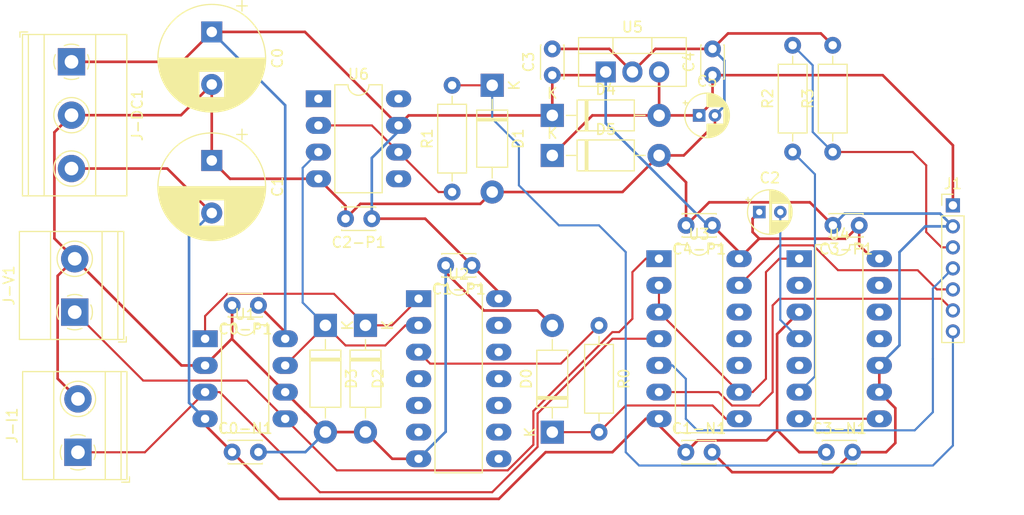
<source format=kicad_pcb>
(kicad_pcb (version 20211014) (generator pcbnew)
  (layers (0 "F.Cu" signal) (31 "B.Cu" signal) (34 "B.Paste" user) (35 "F.Paste" user) (36 "B.SilkS" user "B.Silkscreen") (37 "F.SilkS" user "F.Silkscreen") (38 "B.Mask" user) (39 "F.Mask" user) (44 "Edge.Cuts" user))
  (net 0 "")
  (net 1 "+12V")
  (net 2 "GNDA")
  (net 3 "-12V")
  (net 4 "Net-(C2-Pad2)")
  (net 5 "+5V")
  (net 6 "PHASE")
  (net 7 "FREQUENCY")
  (net 8 "Net-(D2-Pad1)")
  (net 9 "Net-(D3-Pad1)")
  (net 10 "V_CORRENTE")
  (net 11 "V_TENSIONE")
  (net 12 "ADC_IN")
  (net 13 "EN_I")
  (net 14 "EN_V")
  (net 15 "EN_P")
  (net 16 "Net-(R0-Pad1)")
  (net 17 "Net-(R1-Pad1)")
  (net 18 "Net-(U4-Pad6)")
  (net 19 "Net-(U3-Pad2)")
  (net 21 "Net-(U4-Pad7)")
  (footprint "Capacitor_THT:C_Disc_D3.0mm_W2.0mm_P2.50mm" (layer "F.Cu") (at 51.47 72.38)
    (fp_text reference "C0-N1" (at 1.25 -2.25) (layer "F.SilkS"))
    (fp_text value "100nF")
    (pad "1" thru_hole circle (at 0 0) (size 1.6 1.6) (drill 0.8) (layers *.Cu *.Mask) (net 3 "-12V"))
    (pad "2" thru_hole circle (at 2.5 0) (size 1.6 1.6) (drill 0.8) (layers *.Cu *.Mask) (net 2 "GNDA"))
  )
  (footprint "Resistor_THT:R_Axial_DIN0207_L6.3mm_D2.5mm_P10.16mm_Horizontal" (layer "F.Cu") (at 108.585 43.815 90)
    (fp_text reference "R3" (at 5.08 -2.37 90) (layer "F.SilkS"))
    (fp_text value "15k")
    (pad "1" thru_hole circle (at 0 0 90) (size 1.6 1.6) (drill 0.8) (layers *.Cu *.Mask) (net 12 "ADC_IN"))
    (pad "2" thru_hole oval (at 10.16 0 90) (size 1.6 1.6) (drill 0.8) (layers *.Cu *.Mask) (net 2 "GNDA"))
  )
  (footprint "TerminalBlock_Phoenix:TerminalBlock_Phoenix_MKDS-1,5-3-5.08_1x03_P5.08mm_Horizontal" (layer "F.Cu") (at 36.19 35.23 -90)
    (fp_text reference "J-DC1" (at 5.08 -6.26 90) (layer "F.SilkS"))
    (fp_text value "j")
    (pad "1" thru_hole rect (at 0 0 270) (size 2.6 2.6) (drill 1.3) (layers *.Cu *.Mask) (net 1 "+12V"))
    (pad "2" thru_hole circle (at 5.08 0 270) (size 2.6 2.6) (drill 1.3) (layers *.Cu *.Mask) (net 2 "GNDA"))
    (pad "3" thru_hole circle (at 10.16 0 270) (size 2.6 2.6) (drill 1.3) (layers *.Cu *.Mask) (net 3 "-12V"))
  )
  (footprint "Capacitor_THT:C_Disc_D3.0mm_W2.0mm_P2.50mm" (layer "F.Cu") (at 97.135 50.8 180)
    (fp_text reference "C4-P1" (at 1.25 -2.25) (layer "F.SilkS"))
    (fp_text value "100nF")
    (pad "1" thru_hole circle (at 0 0 180) (size 1.6 1.6) (drill 0.8) (layers *.Cu *.Mask) (net 1 "+12V"))
    (pad "2" thru_hole circle (at 2.5 0 180) (size 1.6 1.6) (drill 0.8) (layers *.Cu *.Mask) (net 2 "GNDA"))
  )
  (footprint "Package_DIP:DIP-14_W7.62mm_LongPads" (layer "F.Cu") (at 92.06 53.97)
    (fp_text reference "U3" (at 3.81 -2.33) (layer "F.SilkS"))
    (fp_text value "4066")
    (pad "1" thru_hole rect (at 0 0) (size 2.4 1.6) (drill 0.8) (layers *.Cu *.Mask) (net 11 "V_TENSIONE"))
    (pad "2" thru_hole oval (at 0 2.54) (size 2.4 1.6) (drill 0.8) (layers *.Cu *.Mask) (net 19 "Net-(U3-Pad2)"))
    (pad "3" thru_hole oval (at 0 5.08) (size 2.4 1.6) (drill 0.8) (layers *.Cu *.Mask) (net 19 "Net-(U3-Pad2)"))
    (pad "4" thru_hole oval (at 0 7.62) (size 2.4 1.6) (drill 0.8) (layers *.Cu *.Mask) (net 10 "V_CORRENTE"))
    (pad "5" thru_hole oval (at 0 10.16) (size 2.4 1.6) (drill 0.8) (layers *.Cu *.Mask) (net 13 "EN_I"))
    (pad "6" thru_hole oval (at 0 12.7) (size 2.4 1.6) (drill 0.8) (layers *.Cu *.Mask) (net 15 "EN_P"))
    (pad "7" thru_hole oval (at 0 15.24) (size 2.4 1.6) (drill 0.8) (layers *.Cu *.Mask) (net 3 "-12V"))
    (pad "8" thru_hole oval (at 7.62 15.24) (size 2.4 1.6) (drill 0.8) (layers *.Cu *.Mask) (net 6 "PHASE"))
    (pad "9" thru_hole oval (at 7.62 12.7) (size 2.4 1.6) (drill 0.8) (layers *.Cu *.Mask) (net 19 "Net-(U3-Pad2)"))
    (pad "10" thru_hole oval (at 7.62 10.16) (size 2.4 1.6) (drill 0.8) (layers *.Cu *.Mask))
    (pad "11" thru_hole oval (at 7.62 7.62) (size 2.4 1.6) (drill 0.8) (layers *.Cu *.Mask))
    (pad "12" thru_hole oval (at 7.62 5.08) (size 2.4 1.6) (drill 0.8) (layers *.Cu *.Mask))
    (pad "13" thru_hole oval (at 7.62 2.54) (size 2.4 1.6) (drill 0.8) (layers *.Cu *.Mask) (net 14 "EN_V"))
    (pad "14" thru_hole oval (at 7.62 0) (size 2.4 1.6) (drill 0.8) (layers *.Cu *.Mask) (net 1 "+12V"))
  )
  (footprint "Capacitor_THT:C_Disc_D3.0mm_W2.0mm_P2.50mm" (layer "F.Cu") (at 53.97 58.41 180)
    (fp_text reference "C0-P1" (at 1.25 -2.25) (layer "F.SilkS"))
    (fp_text value "100nF")
    (pad "1" thru_hole circle (at 0 0 180) (size 1.6 1.6) (drill 0.8) (layers *.Cu *.Mask) (net 1 "+12V"))
    (pad "2" thru_hole circle (at 2.5 0 180) (size 1.6 1.6) (drill 0.8) (layers *.Cu *.Mask) (net 2 "GNDA"))
  )
  (footprint "Package_DIP:DIP-8_W7.62mm_LongPads" (layer "F.Cu") (at 59.675 38.745)
    (fp_text reference "U6" (at 3.81 -2.33) (layer "F.SilkS"))
    (fp_text value "CA3140")
    (pad "1" thru_hole rect (at 0 0) (size 2.4 1.6) (drill 0.8) (layers *.Cu *.Mask))
    (pad "2" thru_hole oval (at 0 2.54) (size 2.4 1.6) (drill 0.8) (layers *.Cu *.Mask) (net 17 "Net-(R1-Pad1)"))
    (pad "3" thru_hole oval (at 0 5.08) (size 2.4 1.6) (drill 0.8) (layers *.Cu *.Mask) (net 9 "Net-(D3-Pad1)"))
    (pad "4" thru_hole oval (at 0 7.62) (size 2.4 1.6) (drill 0.8) (layers *.Cu *.Mask) (net 2 "GNDA"))
    (pad "5" thru_hole oval (at 7.62 7.62) (size 2.4 1.6) (drill 0.8) (layers *.Cu *.Mask))
    (pad "6" thru_hole oval (at 7.62 5.08) (size 2.4 1.6) (drill 0.8) (layers *.Cu *.Mask) (net 17 "Net-(R1-Pad1)"))
    (pad "7" thru_hole oval (at 7.62 2.54) (size 2.4 1.6) (drill 0.8) (layers *.Cu *.Mask) (net 1 "+12V"))
    (pad "8" thru_hole oval (at 7.62 0) (size 2.4 1.6) (drill 0.8) (layers *.Cu *.Mask))
  )
  (footprint "Diode_THT:D_DO-41_SOD81_P10.16mm_Horizontal" (layer "F.Cu") (at 76.2 37.465 -90)
    (fp_text reference "D1" (at 5.08 -2.47 90) (layer "F.SilkS"))
    (fp_text value "3,3V")
    (fp_text user "K" (at 0 -2.1 90) (layer "F.SilkS"))
    (pad "1" thru_hole rect (at 0 0 270) (size 2.2 2.2) (drill 1.1) (layers *.Cu *.Mask) (net 7 "FREQUENCY"))
    (pad "2" thru_hole oval (at 10.16 0 270) (size 2.2 2.2) (drill 1.1) (layers *.Cu *.Mask) (net 2 "GNDA"))
  )
  (footprint "Diode_THT:D_DO-41_SOD81_P10.16mm_Horizontal" (layer "F.Cu") (at 81.915 70.485 90)
    (fp_text reference "D0" (at 5.08 -2.47 90) (layer "F.SilkS"))
    (fp_text value "5V")
    (fp_text user "K" (at 0 -2.1 90) (layer "F.SilkS"))
    (pad "1" thru_hole rect (at 0 0 90) (size 2.2 2.2) (drill 1.1) (layers *.Cu *.Mask) (net 6 "PHASE"))
    (pad "2" thru_hole oval (at 10.16 0 90) (size 2.2 2.2) (drill 1.1) (layers *.Cu *.Mask) (net 2 "GNDA"))
  )
  (footprint "Capacitor_THT:CP_Radial_D10.0mm_P5.00mm" (layer "F.Cu") (at 49.53 44.622323 -90)
    (fp_text reference "C1" (at 2.5 -6.25 90) (layer "F.SilkS"))
    (fp_text value "330uF")
    (pad "1" thru_hole rect (at 0 0 270) (size 2 2) (drill 1) (layers *.Cu *.Mask) (net 2 "GNDA"))
    (pad "2" thru_hole circle (at 5 0 270) (size 2 2) (drill 1) (layers *.Cu *.Mask) (net 3 "-12V"))
  )
  (footprint "Resistor_THT:R_Axial_DIN0207_L6.3mm_D2.5mm_P10.16mm_Horizontal" (layer "F.Cu") (at 86.36 60.325 -90)
    (fp_text reference "R0" (at 5.08 -2.37 90) (layer "F.SilkS"))
    (fp_text value "1.5K")
    (pad "1" thru_hole circle (at 0 0 270) (size 1.6 1.6) (drill 0.8) (layers *.Cu *.Mask) (net 16 "Net-(R0-Pad1)"))
    (pad "2" thru_hole oval (at 10.16 0 270) (size 1.6 1.6) (drill 0.8) (layers *.Cu *.Mask) (net 6 "PHASE"))
  )
  (footprint "Diode_THT:D_DO-41_SOD81_P10.16mm_Horizontal" (layer "F.Cu") (at 60.34 60.315 -90)
    (fp_text reference "D3" (at 5.08 -2.47 90) (layer "F.SilkS"))
    (fp_text value "1N4007")
    (fp_text user "K" (at 0 -2.1 90) (layer "F.SilkS"))
    (pad "1" thru_hole rect (at 0 0 270) (size 2.2 2.2) (drill 1.1) (layers *.Cu *.Mask) (net 9 "Net-(D3-Pad1)"))
    (pad "2" thru_hole oval (at 10.16 0 270) (size 2.2 2.2) (drill 1.1) (layers *.Cu *.Mask) (net 2 "GNDA"))
  )
  (footprint "Resistor_THT:R_Axial_DIN0207_L6.3mm_D2.5mm_P10.16mm_Horizontal" (layer "F.Cu") (at 104.775 43.815 90)
    (fp_text reference "R2" (at 5.08 -2.37 90) (layer "F.SilkS"))
    (fp_text value "15k")
    (pad "1" thru_hole circle (at 0 0 90) (size 1.6 1.6) (drill 0.8) (layers *.Cu *.Mask) (net 18 "Net-(U4-Pad6)"))
    (pad "2" thru_hole oval (at 10.16 0 90) (size 1.6 1.6) (drill 0.8) (layers *.Cu *.Mask) (net 12 "ADC_IN"))
  )
  (footprint "Resistor_THT:R_Axial_DIN0207_L6.3mm_D2.5mm_P10.16mm_Horizontal" (layer "F.Cu") (at 72.39 47.625 90)
    (fp_text reference "R1" (at 5.08 -2.37 90) (layer "F.SilkS"))
    (fp_text value "1.5K")
    (pad "1" thru_hole circle (at 0 0 90) (size 1.6 1.6) (drill 0.8) (layers *.Cu *.Mask) (net 17 "Net-(R1-Pad1)"))
    (pad "2" thru_hole oval (at 10.16 0 90) (size 1.6 1.6) (drill 0.8) (layers *.Cu *.Mask) (net 7 "FREQUENCY"))
  )
  (footprint "Capacitor_THT:CP_Radial_D4.0mm_P2.00mm" (layer "F.Cu") (at 101.6 49.53)
    (fp_text reference "C2" (at 1 -3.25) (layer "F.SilkS"))
    (fp_text value "4,7uF")
    (pad "1" thru_hole rect (at 0 0) (size 1.2 1.2) (drill 0.6) (layers *.Cu *.Mask) (net 1 "+12V"))
    (pad "2" thru_hole circle (at 2 0) (size 1.2 1.2) (drill 0.6) (layers *.Cu *.Mask) (net 4 "Net-(C2-Pad2)"))
  )
  (footprint "Package_DIP:DIP-14_W7.62mm_LongPads" (layer "F.Cu") (at 69.2 57.78)
    (fp_text reference "U2" (at 3.81 -2.33) (layer "F.SilkS"))
    (fp_text value "4070")
    (pad "1" thru_hole rect (at 0 0) (size 2.4 1.6) (drill 0.8) (layers *.Cu *.Mask) (net 8 "Net-(D2-Pad1)"))
    (pad "2" thru_hole oval (at 0 2.54) (size 2.4 1.6) (drill 0.8) (layers *.Cu *.Mask) (net 9 "Net-(D3-Pad1)"))
    (pad "3" thru_hole oval (at 0 5.08) (size 2.4 1.6) (drill 0.8) (layers *.Cu *.Mask) (net 16 "Net-(R0-Pad1)"))
    (pad "4" thru_hole oval (at 0 7.62) (size 2.4 1.6) (drill 0.8) (layers *.Cu *.Mask))
    (pad "5" thru_hole oval (at 0 10.16) (size 2.4 1.6) (drill 0.8) (layers *.Cu *.Mask))
    (pad "6" thru_hole oval (at 0 12.7) (size 2.4 1.6) (drill 0.8) (layers *.Cu *.Mask))
    (pad "7" thru_hole oval (at 0 15.24) (size 2.4 1.6) (drill 0.8) (layers *.Cu *.Mask) (net 2 "GNDA"))
    (pad "8" thru_hole oval (at 7.62 15.24) (size 2.4 1.6) (drill 0.8) (layers *.Cu *.Mask))
    (pad "9" thru_hole oval (at 7.62 12.7) (size 2.4 1.6) (drill 0.8) (layers *.Cu *.Mask))
    (pad "10" thru_hole oval (at 7.62 10.16) (size 2.4 1.6) (drill 0.8) (layers *.Cu *.Mask))
    (pad "11" thru_hole oval (at 7.62 7.62) (size 2.4 1.6) (drill 0.8) (layers *.Cu *.Mask))
    (pad "12" thru_hole oval (at 7.62 5.08) (size 2.4 1.6) (drill 0.8) (layers *.Cu *.Mask))
    (pad "13" thru_hole oval (at 7.62 2.54) (size 2.4 1.6) (drill 0.8) (layers *.Cu *.Mask))
    (pad "14" thru_hole oval (at 7.62 0) (size 2.4 1.6) (drill 0.8) (layers *.Cu *.Mask) (net 1 "+12V"))
  )
  (footprint "Capacitor_THT:C_Disc_D3.0mm_W2.0mm_P2.50mm" (layer "F.Cu") (at 94.615 72.39)
    (fp_text reference "C1-N1" (at 1.25 -2.25) (layer "F.SilkS"))
    (fp_text value "100nF")
    (pad "1" thru_hole circle (at 0 0) (size 1.6 1.6) (drill 0.8) (layers *.Cu *.Mask) (net 3 "-12V"))
    (pad "2" thru_hole circle (at 2.5 0) (size 1.6 1.6) (drill 0.8) (layers *.Cu *.Mask) (net 2 "GNDA"))
  )
  (footprint "Package_TO_SOT_THT:TO-220-3_Vertical" (layer "F.Cu") (at 86.995 36.195)
    (fp_text reference "U5" (at 2.54 -4.27) (layer "F.SilkS"))
    (fp_text value "L7805")
    (pad "1" thru_hole rect (at 0 0) (size 1.905 2) (drill 1.1) (layers *.Cu *.Mask) (net 1 "+12V"))
    (pad "2" thru_hole oval (at 2.54 0) (size 1.905 2) (drill 1.1) (layers *.Cu *.Mask) (net 2 "GNDA"))
    (pad "3" thru_hole oval (at 5.08 0) (size 1.905 2) (drill 1.1) (layers *.Cu *.Mask) (net 5 "+5V"))
  )
  (footprint "Connector_PinHeader_2.00mm:PinHeader_1x07_P2.00mm_Vertical" (layer "F.Cu") (at 120.015 48.895)
    (fp_text reference "J1" (at 0 -2.06) (layer "F.SilkS"))
    (fp_text value "Conn_01x07_Male")
    (pad "1" thru_hole rect (at 0 0) (size 1.35 1.35) (drill 0.8) (layers *.Cu *.Mask) (net 5 "+5V"))
    (pad "2" thru_hole oval (at 0 2) (size 1.35 1.35) (drill 0.8) (layers *.Cu *.Mask) (net 2 "GNDA"))
    (pad "3" thru_hole oval (at 0 4) (size 1.35 1.35) (drill 0.8) (layers *.Cu *.Mask) (net 12 "ADC_IN"))
    (pad "4" thru_hole oval (at 0 6) (size 1.35 1.35) (drill 0.8) (layers *.Cu *.Mask) (net 13 "EN_I"))
    (pad "5" thru_hole oval (at 0 8) (size 1.35 1.35) (drill 0.8) (layers *.Cu *.Mask) (net 14 "EN_V"))
    (pad "6" thru_hole oval (at 0 10) (size 1.35 1.35) (drill 0.8) (layers *.Cu *.Mask) (net 15 "EN_P"))
    (pad "7" thru_hole oval (at 0 12) (size 1.35 1.35) (drill 0.8) (layers *.Cu *.Mask) (net 7 "FREQUENCY"))
  )
  (footprint "Package_DIP:DIP-14_W7.62mm_LongPads" (layer "F.Cu") (at 105.395 53.97)
    (fp_text reference "U4" (at 3.81 -2.33) (layer "F.SilkS"))
    (fp_text value "AD536A")
    (pad "1" thru_hole rect (at 0 0) (size 2.4 1.6) (drill 0.8) (layers *.Cu *.Mask) (net 19 "Net-(U3-Pad2)"))
    (pad "2" thru_hole oval (at 0 2.54) (size 2.4 1.6) (drill 0.8) (layers *.Cu *.Mask))
    (pad "3" thru_hole oval (at 0 5.08) (size 2.4 1.6) (drill 0.8) (layers *.Cu *.Mask) (net 3 "-12V"))
    (pad "4" thru_hole oval (at 0 7.62) (size 2.4 1.6) (drill 0.8) (layers *.Cu *.Mask) (net 4 "Net-(C2-Pad2)"))
    (pad "5" thru_hole oval (at 0 10.16) (size 2.4 1.6) (drill 0.8) (layers *.Cu *.Mask))
    (pad "6" thru_hole oval (at 0 12.7) (size 2.4 1.6) (drill 0.8) (layers *.Cu *.Mask) (net 18 "Net-(U4-Pad6)"))
    (pad "7" thru_hole oval (at 0 15.24) (size 2.4 1.6) (drill 0.8) (layers *.Cu *.Mask) (net 21 "Net-(U4-Pad7)"))
    (pad "8" thru_hole oval (at 7.62 15.24) (size 2.4 1.6) (drill 0.8) (layers *.Cu *.Mask) (net 21 "Net-(U4-Pad7)"))
    (pad "9" thru_hole oval (at 7.62 12.7) (size 2.4 1.6) (drill 0.8) (layers *.Cu *.Mask) (net 2 "GNDA"))
    (pad "10" thru_hole oval (at 7.62 10.16) (size 2.4 1.6) (drill 0.8) (layers *.Cu *.Mask) (net 2 "GNDA"))
    (pad "11" thru_hole oval (at 7.62 7.62) (size 2.4 1.6) (drill 0.8) (layers *.Cu *.Mask))
    (pad "12" thru_hole oval (at 7.62 5.08) (size 2.4 1.6) (drill 0.8) (layers *.Cu *.Mask))
    (pad "13" thru_hole oval (at 7.62 2.54) (size 2.4 1.6) (drill 0.8) (layers *.Cu *.Mask))
    (pad "14" thru_hole oval (at 7.62 0) (size 2.4 1.6) (drill 0.8) (layers *.Cu *.Mask) (net 1 "+12V"))
  )
  (footprint "Capacitor_THT:C_Disc_D3.0mm_W2.0mm_P2.50mm" (layer "F.Cu") (at 111.105 50.8 180)
    (fp_text reference "C3-P1" (at 1.25 -2.25) (layer "F.SilkS"))
    (fp_text value "100nF")
    (pad "1" thru_hole circle (at 0 0 180) (size 1.6 1.6) (drill 0.8) (layers *.Cu *.Mask) (net 1 "+12V"))
    (pad "2" thru_hole circle (at 2.5 0 180) (size 1.6 1.6) (drill 0.8) (layers *.Cu *.Mask) (net 2 "GNDA"))
  )
  (footprint "Diode_THT:D_DO-41_SOD81_P10.16mm_Horizontal" (layer "F.Cu") (at 81.915 40.33)
    (fp_text reference "D4" (at 5.08 -2.47) (layer "F.SilkS"))
    (fp_text value "1N4001")
    (fp_text user "K" (at 0 -2.1) (layer "F.SilkS"))
    (pad "1" thru_hole rect (at 0 0) (size 2.2 2.2) (drill 1.1) (layers *.Cu *.Mask) (net 1 "+12V"))
    (pad "2" thru_hole oval (at 10.16 0) (size 2.2 2.2) (drill 1.1) (layers *.Cu *.Mask) (net 5 "+5V"))
  )
  (footprint "Diode_THT:D_DO-41_SOD81_P10.16mm_Horizontal" (layer "F.Cu") (at 81.915 44.14)
    (fp_text reference "D5" (at 5.08 -2.47) (layer "F.SilkS"))
    (fp_text value "1N4001")
    (fp_text user "K" (at 0 -2.1) (layer "F.SilkS"))
    (pad "1" thru_hole rect (at 0 0) (size 2.2 2.2) (drill 1.1) (layers *.Cu *.Mask) (net 5 "+5V"))
    (pad "2" thru_hole oval (at 10.16 0) (size 2.2 2.2) (drill 1.1) (layers *.Cu *.Mask) (net 2 "GNDA"))
  )
  (footprint "Capacitor_THT:C_Disc_D3.0mm_W2.0mm_P2.50mm" (layer "F.Cu") (at 64.75 50.165 180)
    (fp_text reference "C2-P1" (at 1.25 -2.25) (layer "F.SilkS"))
    (fp_text value "100nF")
    (pad "1" thru_hole circle (at 0 0 180) (size 1.6 1.6) (drill 0.8) (layers *.Cu *.Mask) (net 1 "+12V"))
    (pad "2" thru_hole circle (at 2.5 0 180) (size 1.6 1.6) (drill 0.8) (layers *.Cu *.Mask) (net 2 "GNDA"))
  )
  (footprint "Capacitor_THT:CP_Radial_D4.0mm_P1.50mm" (layer "F.Cu") (at 95.885 40.33)
    (fp_text reference "C5" (at 0.75 -3.25) (layer "F.SilkS"))
    (fp_text value "47uF")
    (pad "1" thru_hole rect (at 0 0) (size 1.2 1.2) (drill 0.6) (layers *.Cu *.Mask) (net 5 "+5V"))
    (pad "2" thru_hole circle (at 1.5 0) (size 1.2 1.2) (drill 0.6) (layers *.Cu *.Mask) (net 2 "GNDA"))
  )
  (footprint "TerminalBlock_Phoenix:TerminalBlock_Phoenix_MKDS-1,5-2-5.08_1x02_P5.08mm_Horizontal" (layer "F.Cu") (at 36.805 72.4 90)
    (fp_text reference "J-I1" (at 2.54 -6.26 90) (layer "F.SilkS"))
    (fp_text value "Screw_Terminal_01x02")
    (pad "1" thru_hole rect (at 0 0 90) (size 2.6 2.6) (drill 1.3) (layers *.Cu *.Mask) (net 10 "V_CORRENTE"))
    (pad "2" thru_hole circle (at 5.08 0 90) (size 2.6 2.6) (drill 1.3) (layers *.Cu *.Mask) (net 2 "GNDA"))
  )
  (footprint "Capacitor_THT:C_Disc_D3.0mm_W2.0mm_P2.50mm" (layer "F.Cu") (at 97.155 36.5 90)
    (fp_text reference "C4" (at 1.25 -2.25 90) (layer "F.SilkS"))
    (fp_text value "100nF")
    (pad "1" thru_hole circle (at 0 0 90) (size 1.6 1.6) (drill 0.8) (layers *.Cu *.Mask) (net 5 "+5V"))
    (pad "2" thru_hole circle (at 2.5 0 90) (size 1.6 1.6) (drill 0.8) (layers *.Cu *.Mask) (net 2 "GNDA"))
  )
  (footprint "Capacitor_THT:C_Disc_D3.0mm_W2.0mm_P2.50mm" (layer "F.Cu") (at 107.97 72.39)
    (fp_text reference "C3-N1" (at 1.25 -2.25) (layer "F.SilkS"))
    (fp_text value "100nF")
    (pad "1" thru_hole circle (at 0 0) (size 1.6 1.6) (drill 0.8) (layers *.Cu *.Mask) (net 3 "-12V"))
    (pad "2" thru_hole circle (at 2.5 0) (size 1.6 1.6) (drill 0.8) (layers *.Cu *.Mask) (net 2 "GNDA"))
  )
  (footprint "Diode_THT:D_DO-41_SOD81_P10.16mm_Horizontal" (layer "F.Cu") (at 64.15 60.315 -90)
    (fp_text reference "D2" (at 5.08 -1.2 90) (layer "F.SilkS"))
    (fp_text value "1N4007")
    (fp_text user "K" (at 0 -2.1 90) (layer "F.SilkS"))
    (pad "1" thru_hole rect (at 0 0 270) (size 2.2 2.2) (drill 1.1) (layers *.Cu *.Mask) (net 8 "Net-(D2-Pad1)"))
    (pad "2" thru_hole oval (at 10.16 0 270) (size 2.2 2.2) (drill 1.1) (layers *.Cu *.Mask) (net 2 "GNDA"))
  )
  (footprint "TerminalBlock_Phoenix:TerminalBlock_Phoenix_MKDS-1,5-2-5.08_1x02_P5.08mm_Horizontal" (layer "F.Cu") (at 36.5 59.06 90)
    (fp_text reference "J-V1" (at 2.54 -6.26 90) (layer "F.SilkS"))
    (fp_text value "Screw_Terminal_01x02")
    (pad "1" thru_hole rect (at 0 0 90) (size 2.6 2.6) (drill 1.3) (layers *.Cu *.Mask) (net 11 "V_TENSIONE"))
    (pad "2" thru_hole circle (at 5.08 0 90) (size 2.6 2.6) (drill 1.3) (layers *.Cu *.Mask) (net 2 "GNDA"))
  )
  (footprint "Capacitor_THT:CP_Radial_D10.0mm_P5.00mm" (layer "F.Cu") (at 49.53 32.385 -90)
    (fp_text reference "C0" (at 2.5 -6.25 90) (layer "F.SilkS"))
    (fp_text value "330uF")
    (pad "1" thru_hole rect (at 0 0 270) (size 2 2) (drill 1) (layers *.Cu *.Mask) (net 1 "+12V"))
    (pad "2" thru_hole circle (at 5 0 270) (size 2 2) (drill 1) (layers *.Cu *.Mask) (net 2 "GNDA"))
  )
  (footprint "Package_DIP:DIP-8_W7.62mm_LongPads" (layer "F.Cu") (at 48.895 61.595)
    (fp_text reference "U1" (at 3.81 -2.33) (layer "F.SilkS"))
    (fp_text value "LM358")
    (pad "1" thru_hole rect (at 0 0) (size 2.4 1.6) (drill 0.8) (layers *.Cu *.Mask) (net 8 "Net-(D2-Pad1)"))
    (pad "2" thru_hole oval (at 0 2.54) (size 2.4 1.6) (drill 0.8) (layers *.Cu *.Mask) (net 2 "GNDA"))
    (pad "3" thru_hole oval (at 0 5.08) (size 2.4 1.6) (drill 0.8) (layers *.Cu *.Mask) (net 10 "V_CORRENTE"))
    (pad "4" thru_hole oval (at 0 7.62) (size 2.4 1.6) (drill 0.8) (layers *.Cu *.Mask) (net 3 "-12V"))
    (pad "5" thru_hole oval (at 7.62 7.62) (size 2.4 1.6) (drill 0.8) (layers *.Cu *.Mask) (net 11 "V_TENSIONE"))
    (pad "6" thru_hole oval (at 7.62 5.08) (size 2.4 1.6) (drill 0.8) (layers *.Cu *.Mask) (net 2 "GNDA"))
    (pad "7" thru_hole oval (at 7.62 2.54) (size 2.4 1.6) (drill 0.8) (layers *.Cu *.Mask) (net 9 "Net-(D3-Pad1)"))
    (pad "8" thru_hole oval (at 7.62 0) (size 2.4 1.6) (drill 0.8) (layers *.Cu *.Mask) (net 1 "+12V"))
  )
  (footprint "Capacitor_THT:C_Disc_D3.0mm_W2.0mm_P2.50mm" (layer "F.Cu") (at 81.915 36.5 90)
    (fp_text reference "C3" (at 1.25 -2.25 90) (layer "F.SilkS"))
    (fp_text value "330nF")
    (pad "1" thru_hole circle (at 0 0 90) (size 1.6 1.6) (drill 0.8) (layers *.Cu *.Mask) (net 1 "+12V"))
    (pad "2" thru_hole circle (at 2.5 0 90) (size 1.6 1.6) (drill 0.8) (layers *.Cu *.Mask) (net 2 "GNDA"))
  )
  (footprint "Capacitor_THT:C_Disc_D3.0mm_W2.0mm_P2.50mm" (layer "F.Cu") (at 74.275 54.61 180)
    (fp_text reference "C1-P1" (at 1.25 -2.25) (layer "F.SilkS"))
    (fp_text value "100nF")
    (pad "1" thru_hole circle (at 0 0 180) (size 1.6 1.6) (drill 0.8) (layers *.Cu *.Mask) (net 1 "+12V"))
    (pad "2" thru_hole circle (at 2.5 0 180) (size 1.6 1.6) (drill 0.8) (layers *.Cu *.Mask) (net 2 "GNDA"))
  )
  (segment (start 99.68 53.345) (end 99.68 53.97) (width 0.25) (layer "F.Cu") (net 1))
  (segment (start 53.97 58.41) (end 56.515 60.955) (width 0.25) (layer "F.Cu") (net 1))
  (segment (start 100.965 50.165) (end 101.6 49.53) (width 0.25) (layer "F.Cu") (net 1))
  (segment (start 101.58 52.05) (end 100.965 51.435) (width 0.25) (layer "F.Cu") (net 1))
  (segment (start 111.105 52.685) (end 112.39 53.97) (width 0.25) (layer "F.Cu") (net 1))
  (segment (start 100.965 51.435) (end 100.965 50.165) (width 0.25) (layer "F.Cu") (net 1))
  (segment (start 97.135 50.8) (end 99.68 53.345) (width 0.25) (layer "F.Cu") (net 1))
  (segment (start 111.105 50.8) (end 111.105 52.685) (width 0.25) (layer "F.Cu") (net 1))
  (segment (start 68.25 40.33) (end 67.295 41.285) (width 0.25) (layer "F.Cu") (net 1))
  (segment (start 109.835 52.07) (end 101.58 52.07) (width 0.25) (layer "F.Cu") (net 1))
  (segment (start 112.39 53.97) (end 113.015 53.97) (width 0.25) (layer "F.Cu") (net 1))
  (segment (start 81.915 36.5) (end 81.915 40.33) (width 0.25) (layer "F.Cu") (net 1))
  (segment (start 101.58 52.07) (end 99.68 53.97) (width 0.25) (layer "F.Cu") (net 1))
  (segment (start 69.83 50.165) (end 74.275 54.61) (width 0.25) (layer "F.Cu") (net 1))
  (segment (start 101.58 52.07) (end 101.58 52.05) (width 0.25) (layer "F.Cu") (net 1))
  (segment (start 86.69 36.5) (end 86.995 36.195) (width 0.25) (layer "F.Cu") (net 1))
  (segment (start 74.275 54.61) (end 76.82 57.155) (width 0.25) (layer "F.Cu") (net 1))
  (segment (start 46.685 35.23) (end 49.53 32.385) (width 0.25) (layer "F.Cu") (net 1))
  (segment (start 76.82 57.155) (end 76.82 57.78) (width 0.25) (layer "F.Cu") (net 1))
  (segment (start 58.395 32.385) (end 49.53 32.385) (width 0.25) (layer "F.Cu") (net 1))
  (segment (start 64.75 50.165) (end 69.83 50.165) (width 0.25) (layer "F.Cu") (net 1))
  (segment (start 56.515 60.955) (end 56.515 61.595) (width 0.25) (layer "F.Cu") (net 1))
  (segment (start 36.19 35.23) (end 46.685 35.23) (width 0.25) (layer "F.Cu") (net 1))
  (segment (start 111.105 50.8) (end 109.835 52.07) (width 0.25) (layer "F.Cu") (net 1))
  (segment (start 81.915 40.33) (end 68.25 40.33) (width 0.25) (layer "F.Cu") (net 1))
  (segment (start 81.915 36.5) (end 86.69 36.5) (width 0.25) (layer "F.Cu") (net 1))
  (segment (start 67.295 41.285) (end 58.395 32.385) (width 0.25) (layer "F.Cu") (net 1))
  (segment (start 56.515 39.37) (end 49.53 32.385) (width 0.25) (layer "B.Cu") (net 1))
  (segment (start 86.995 41.074564) (end 96.720436 50.8) (width 0.25) (layer "B.Cu") (net 1))
  (segment (start 96.720436 50.8) (end 97.135 50.8) (width 0.25) (layer "B.Cu") (net 1))
  (segment (start 56.515 61.595) (end 56.515 39.37) (width 0.25) (layer "B.Cu") (net 1))
  (segment (start 64.75 44.379689) (end 67.295 41.834689) (width 0.25) (layer "B.Cu") (net 1))
  (segment (start 64.75 50.165) (end 64.75 44.379689) (width 0.25) (layer "B.Cu") (net 1))
  (segment (start 67.295 41.834689) (end 67.295 41.285) (width 0.25) (layer "B.Cu") (net 1))
  (segment (start 86.995 36.195) (end 86.995 41.074564) (width 0.25) (layer "B.Cu") (net 1))
  (segment (start 108.605 50.8) (end 106.410489 48.605489) (width 0.25) (layer "F.Cu") (net 2))
  (segment (start 114.53952 68.19452) (end 114.53952 71.51548) (width 0.25) (layer "F.Cu") (net 2))
  (segment (start 34.565489 52.045489) (end 36.5 53.98) (width 0.25) (layer "F.Cu") (net 2))
  (segment (start 81.915 60.325) (end 80.49452 58.90452) (width 0.25) (layer "F.Cu") (net 2))
  (segment (start 58.42 68.58) (end 56.515 66.675) (width 0.25) (layer "F.Cu") (net 2))
  (segment (start 106.410489 48.605489) (end 96.829511 48.605489) (width 0.25) (layer "F.Cu") (net 2))
  (segment (start 71.775 54.61) (end 71.755 54.61) (width 0.25) (layer "F.Cu") (net 2))
  (segment (start 99.02 74.295) (end 108.565 74.295) (width 0.25) (layer "F.Cu") (net 2))
  (segment (start 96.829511 48.605489) (end 94.635 50.8) (width 0.25) (layer "F.Cu") (net 2))
  (segment (start 62.25 48.94) (end 59.675 46.365) (width 0.25) (layer "F.Cu") (net 2))
  (segment (start 97.385 41.178528) (end 97.385 40.33) (width 0.25) (layer "F.Cu") (net 2))
  (segment (start 91.73 34) (end 97.155 34) (width 0.25) (layer "F.Cu") (net 2))
  (segment (start 34.565489 41.934511) (end 34.565489 52.045489) (width 0.25) (layer "F.Cu") (net 2))
  (segment (start 60.34 70.475) (end 64.15 70.475) (width 0.25) (layer "F.Cu") (net 2))
  (segment (start 34.875489 55.604511) (end 34.875489 65.390489) (width 0.25) (layer "F.Cu") (net 2))
  (segment (start 94.635 46.7) (end 92.075 44.14) (width 0.25) (layer "F.Cu") (net 2))
  (segment (start 66.695 73.02) (end 64.15 70.475) (width 0.25) (layer "F.Cu") (net 2))
  (segment (start 75.075489 48.749511) (end 63.665489 48.749511) (width 0.25) (layer "F.Cu") (net 2))
  (segment (start 88.59 47.625) (end 76.2 47.625) (width 0.25) (layer "F.Cu") (net 2))
  (segment (start 69.2 73.02) (end 66.695 73.02) (width 0.25) (layer "F.Cu") (net 2))
  (segment (start 94.635 50.8) (end 94.635 46.7) (width 0.25) (layer "F.Cu") (net 2))
  (segment (start 113.015 66.67) (end 114.53952 68.19452) (width 0.25) (layer "F.Cu") (net 2))
  (segment (start 34.875489 65.390489) (end 36.805 67.32) (width 0.25) (layer "F.Cu") (net 2))
  (segment (start 107.460489 32.530489) (end 108.585 33.655) (width 0.25) (layer "F.Cu") (net 2))
  (segment (start 114.53952 71.51548) (end 113.665 72.39) (width 0.25) (layer "F.Cu") (net 2))
  (segment (start 108.565 74.295) (end 110.47 72.39) (width 0.25) (layer "F.Cu") (net 2))
  (segment (start 97.155 34) (end 98.624511 32.530489) (width 0.25) (layer "F.Cu") (net 2))
  (segment (start 56.515 66.675) (end 51.47 61.63) (width 0.25) (layer "F.Cu") (net 2))
  (segment (start 51.47 61.56) (end 48.895 64.135) (width 0.25) (layer "F.Cu") (net 2))
  (segment (start 51.272677 46.365) (end 49.53 44.622323) (width 0.25) (layer "F.Cu") (net 2))
  (segment (start 46.605 40.31) (end 49.53 37.385) (width 0.25) (layer "F.Cu") (net 2))
  (segment (start 60.34 70.475) (end 58.445 68.58) (width 0.25) (layer "F.Cu") (net 2))
  (segment (start 71.775 55.265) (end 71.775 54.61) (width 0.25) (layer "F.Cu") (net 2))
  (segment (start 36.5 53.98) (end 34.875489 55.604511) (width 0.25) (layer "F.Cu") (net 2))
  (segment (start 59.675 46.365) (end 51.272677 46.365) (width 0.25) (layer "F.Cu") (net 2))
  (segment (start 51.47 61.63) (end 51.47 58.41) (width 0.25) (layer "F.Cu") (net 2))
  (segment (start 58.445 68.58) (end 58.42 68.58) (width 0.25) (layer "F.Cu") (net 2))
  (segment (start 113.665 72.39) (end 110.47 72.39) (width 0.25) (layer "F.Cu") (net 2))
  (segment (start 48.895 64.135) (end 46.655 64.135) (width 0.25) (layer "F.Cu") (net 2))
  (segment (start 75.41452 58.90452) (end 71.775 55.265) (width 0.25) (layer "F.Cu") (net 2))
  (segment (start 62.25 50.165) (end 62.25 48.94) (width 0.25) (layer "F.Cu") (net 2))
  (segment (start 89.535 36.195) (end 91.73 34) (width 0.25) (layer "F.Cu") (net 2))
  (segment (start 80.49452 58.90452) (end 75.41452 58.90452) (width 0.25) (layer "F.Cu") (net 2))
  (segment (start 63.665489 48.749511) (end 62.25 50.165) (width 0.25) (layer "F.Cu") (net 2))
  (segment (start 46.655 64.135) (end 36.5 53.98) (width 0.25) (layer "F.Cu") (net 2))
  (segment (start 89.535 36.195) (end 87.34 34) (width 0.25) (layer "F.Cu") (net 2))
  (segment (start 36.19 40.31) (end 34.565489 41.934511) (width 0.25) (layer "F.Cu") (net 2))
  (segment (start 98.624511 32.530489) (end 107.460489 32.530489) (width 0.25) (layer "F.Cu") (net 2))
  (segment (start 92.075 44.14) (end 88.59 47.625) (width 0.25) (layer "F.Cu") (net 2))
  (segment (start 51.47 58.41) (end 51.47 61.56) (width 0.25) (layer "F.Cu") (net 2))
  (segment (start 36.19 40.31) (end 46.605 40.31) (width 0.25) (layer "F.Cu") (net 2))
  (segment (start 87.34 34) (end 81.915 34) (width 0.25) (layer "F.Cu") (net 2))
  (segment (start 94.423528 44.14) (end 97.385 41.178528) (width 0.25) (layer "F.Cu") (net 2))
  (segment (start 76.2 47.625) (end 75.075489 48.749511) (width 0.25) (layer "F.Cu") (net 2))
  (segment (start 97.115 72.39) (end 99.02 74.295) (width 0.25) (layer "F.Cu") (net 2))
  (segment (start 49.53 37.385) (end 49.53 44.622323) (width 0.25) (layer "F.Cu") (net 2))
  (segment (start 92.075 44.14) (end 94.423528 44.14) (width 0.25) (layer "F.Cu") (net 2))
  (segment (start 113.015 64.13) (end 113.015 66.67) (width 0.25) (layer "F.Cu") (net 2))
  (segment (start 114.935 62.21) (end 114.935 53.34) (width 0.25) (layer "B.Cu") (net 2))
  (segment (start 114.935 53.34) (end 117.38 50.895) (width 0.25) (layer "B.Cu") (net 2))
  (segment (start 118.795489 49.675489) (end 120.015 50.895) (width 0.25) (layer "B.Cu") (net 2))
  (segment (start 58.435 72.38) (end 60.34 70.475) (width 0.25) (layer "B.Cu") (net 2))
  (segment (start 113.015 64.13) (end 114.935 62.21) (width 0.25) (layer "B.Cu") (net 2))
  (segment (start 53.97 72.38) (end 58.435 72.38) (width 0.25) (layer "B.Cu") (net 2))
  (segment (start 98.279511 39.435489) (end 98.279511 35.124511) (width 0.25) (layer "B.Cu") (net 2))
  (segment (start 97.385 40.33) (end 98.279511 39.435489) (width 0.25) (layer "B.Cu") (net 2))
  (segment (start 71.775 54.61) (end 71.775 70.445) (width 0.25) (layer "B.Cu") (net 2))
  (segment (start 98.279511 35.124511) (end 97.155 34) (width 0.25) (layer "B.Cu") (net 2))
  (segment (start 108.605 50.8) (end 109.729511 49.675489) (width 0.25) (layer "B.Cu") (net 2))
  (segment (start 71.775 70.445) (end 69.2 73.02) (width 0.25) (layer "B.Cu") (net 2))
  (segment (start 117.38 50.895) (end 120.015 50.895) (width 0.25) (layer "B.Cu") (net 2))
  (segment (start 109.729511 49.675489) (end 118.795489 49.675489) (width 0.25) (layer "B.Cu") (net 2))
  (segment (start 92.06 69.835) (end 92.06 69.21) (width 0.25) (layer "F.Cu") (net 3))
  (segment (start 94.615 72.39) (end 95.739511 71.265489) (width 0.25) (layer "F.Cu") (net 3))
  (segment (start 103.29452 61.15048) (end 105.395 59.05) (width 0.25) (layer "F.Cu") (net 3))
  (segment (start 90.81 69.21) (end 87.63 72.39) (width 0.25) (layer "F.Cu") (net 3))
  (segment (start 76.835 76.835) (end 55.925 76.835) (width 0.25) (layer "F.Cu") (net 3))
  (segment (start 87.63 72.39) (end 81.28 72.39) (width 0.25) (layer "F.Cu") (net 3))
  (segment (start 107.97 72.39) (end 105.41 72.39) (width 0.25) (layer "F.Cu") (net 3))
  (segment (start 51.47 72.38) (end 48.895 69.805) (width 0.25) (layer "F.Cu") (net 3))
  (segment (start 102.303551 71.265489) (end 103.29452 70.27452) (width 0.25) (layer "F.Cu") (net 3))
  (segment (start 55.925 76.835) (end 51.47 72.38) (width 0.25) (layer "F.Cu") (net 3))
  (segment (start 36.19 45.39) (end 45.297677 45.39) (width 0.25) (layer "F.Cu") (net 3))
  (segment (start 48.895 69.805) (end 48.895 69.215) (width 0.25) (layer "F.Cu") (net 3))
  (segment (start 94.615 72.39) (end 92.06 69.835) (width 0.25) (layer "F.Cu") (net 3))
  (segment (start 45.297677 45.39) (end 49.53 49.622323) (width 0.25) (layer "F.Cu") (net 3))
  (segment (start 103.29452 70.27452) (end 103.29452 61.15048) (width 0.25) (layer "F.Cu") (net 3))
  (segment (start 92.06 69.21) (end 90.81 69.21) (width 0.25) (layer "F.Cu") (net 3))
  (segment (start 105.41 72.39) (end 103.29452 70.27452) (width 0.25) (layer "F.Cu") (net 3))
  (segment (start 95.739511 71.265489) (end 102.303551 71.265489) (width 0.25) (layer "F.Cu") (net 3))
  (segment (start 81.28 72.39) (end 76.835 76.835) (width 0.25) (layer "F.Cu") (net 3))
  (segment (start 47.370489 67.690489) (end 47.370489 51.781834) (width 0.25) (layer "B.Cu") (net 3))
  (segment (start 47.370489 51.781834) (end 49.53 49.622323) (width 0.25) (layer "B.Cu") (net 3))
  (segment (start 48.895 69.215) (end 47.370489 67.690489) (width 0.25) (layer "B.Cu") (net 3))
  (segment (start 103.6 59.795) (end 103.6 49.53) (width 0.2) (layer "B.Cu") (net 4))
  (segment (start 105.395 61.59) (end 103.6 59.795) (width 0.2) (layer "B.Cu") (net 4))
  (segment (start 92.075 40.33) (end 85.725 40.33) (width 0.25) (layer "F.Cu") (net 5))
  (segment (start 113.335 36.5) (end 97.155 36.5) (width 0.25) (layer "F.Cu") (net 5))
  (segment (start 92.075 40.33) (end 95.885 40.33) (width 0.25) (layer "F.Cu") (net 5))
  (segment (start 97.155 39.06) (end 95.885 40.33) (width 0.25) (layer "F.Cu") (net 5))
  (segment (start 120.015 48.895) (end 120.015 43.18) (width 0.25) (layer "F.Cu") (net 5))
  (segment (start 85.725 40.33) (end 81.915 44.14) (width 0.25) (layer "F.Cu") (net 5))
  (segment (start 92.075 36.195) (end 92.075 40.33) (width 0.25) (layer "F.Cu") (net 5))
  (segment (start 120.015 43.18) (end 113.335 36.5) (width 0.25) (layer "F.Cu") (net 5))
  (segment (start 97.155 36.5) (end 97.155 39.06) (width 0.25) (layer "F.Cu") (net 5))
  (segment (start 97.155 67.945) (end 98.42 69.21) (width 0.2) (layer "F.Cu") (net 6))
  (segment (start 81.915 70.485) (end 86.36 70.485) (width 0.2) (layer "F.Cu") (net 6))
  (segment (start 86.36 70.485) (end 88.9 67.945) (width 0.2) (layer "F.Cu") (net 6))
  (segment (start 98.42 69.21) (end 99.68 69.21) (width 0.2) (layer "F.Cu") (net 6))
  (segment (start 88.9 67.945) (end 97.155 67.945) (width 0.2) (layer "F.Cu") (net 6))
  (segment (start 72.39 37.465) (end 76.2 37.465) (width 0.2) (layer "F.Cu") (net 7))
  (segment (start 88.9 72.39) (end 90.17 73.66) (width 0.2) (layer "B.Cu") (net 7))
  (segment (start 82.55 50.8) (end 78.74 46.99) (width 0.2) (layer "B.Cu") (net 7))
  (segment (start 120.015 71.755) (end 120.015 60.895) (width 0.2) (layer "B.Cu") (net 7))
  (segment (start 86.36 50.8) (end 82.55 50.8) (width 0.2) (layer "B.Cu") (net 7))
  (segment (start 78.74 46.99) (end 78.74 43.18) (width 0.2) (layer "B.Cu") (net 7))
  (segment (start 118.11 73.66) (end 120.015 71.755) (width 0.2) (layer "B.Cu") (net 7))
  (segment (start 88.9 53.34) (end 86.36 50.8) (width 0.2) (layer "B.Cu") (net 7))
  (segment (start 88.9 53.34) (end 88.9 72.39) (width 0.2) (layer "B.Cu") (net 7))
  (segment (start 76.2 40.64) (end 76.2 37.465) (width 0.2) (layer "B.Cu") (net 7))
  (segment (start 78.74 43.18) (end 76.2 40.64) (width 0.2) (layer "B.Cu") (net 7))
  (segment (start 90.17 73.66) (end 118.11 73.66) (width 0.2) (layer "B.Cu") (net 7))
  (segment (start 48.895 59.430056) (end 51.014567 57.310489) (width 0.2) (layer "F.Cu") (net 8))
  (segment (start 61.145489 57.310489) (end 64.15 60.315) (width 0.2) (layer "F.Cu") (net 8))
  (segment (start 66.665 60.315) (end 69.2 57.78) (width 0.2) (layer "F.Cu") (net 8))
  (segment (start 64.15 60.315) (end 66.665 60.315) (width 0.2) (layer "F.Cu") (net 8))
  (segment (start 48.895 61.595) (end 48.895 59.430056) (width 0.2) (layer "F.Cu") (net 8))
  (segment (start 51.014567 57.310489) (end 61.145489 57.310489) (width 0.2) (layer "F.Cu") (net 8))
  (segment (start 67.95 60.32) (end 69.2 60.32) (width 0.2) (layer "F.Cu") (net 9))
  (segment (start 56.52 64.135) (end 60.34 60.315) (width 0.2) (layer "F.Cu") (net 9))
  (segment (start 60.34 60.315) (end 62.255 62.23) (width 0.2) (layer "F.Cu") (net 9))
  (segment (start 66.04 62.23) (end 67.95 60.32) (width 0.2) (layer "F.Cu") (net 9))
  (segment (start 56.515 64.135) (end 56.52 64.135) (width 0.2) (layer "F.Cu") (net 9))
  (segment (start 62.255 62.23) (end 66.04 62.23) (width 0.2) (layer "F.Cu") (net 9))
  (segment (start 58.17548 58.15048) (end 60.34 60.315) (width 0.2) (layer "B.Cu") (net 9))
  (segment (start 59.675 43.825) (end 58.17548 45.32452) (width 0.2) (layer "B.Cu") (net 9))
  (segment (start 58.17548 45.32452) (end 58.17548 58.15048) (width 0.2) (layer "B.Cu") (net 9))
  (segment (start 43.17 72.4) (end 48.895 66.675) (width 0.2) (layer "F.Cu") (net 10))
  (segment (start 59.82 76.2) (end 76.2 76.2) (width 0.2) (layer "F.Cu") (net 10))
  (segment (start 80.515489 71.884511) (end 80.515489 68.709511) (width 0.2) (layer "F.Cu") (net 10))
  (segment (start 48.895 66.675) (end 50.295 66.675) (width 0.2) (layer "F.Cu") (net 10))
  (segment (start 87.635 61.59) (end 92.06 61.59) (width 0.2) (layer "F.Cu") (net 10))
  (segment (start 76.2 76.2) (end 80.515489 71.884511) (width 0.2) (layer "F.Cu") (net 10))
  (segment (start 36.805 72.4) (end 43.17 72.4) (width 0.2) (layer "F.Cu") (net 10))
  (segment (start 80.515489 68.709511) (end 87.635 61.59) (width 0.2) (layer "F.Cu") (net 10))
  (segment (start 50.295 66.675) (end 59.82 76.2) (width 0.2) (layer "F.Cu") (net 10))
  (segment (start 89.535 55.245) (end 90.81 53.97) (width 0.2) (layer "F.Cu") (net 11))
  (segment (start 56.515 69.215) (end 52.87548 65.57548) (width 0.2) (layer "F.Cu") (net 11))
  (segment (start 52.87548 65.57548) (end 43.01548 65.57548) (width 0.2) (layer "F.Cu") (net 11))
  (segment (start 77.675436 74.11952) (end 80.115969 71.678987) (width 0.2) (layer "F.Cu") (net 11))
  (segment (start 87.63 60.96) (end 88.265 60.96) (width 0.2) (layer "F.Cu") (net 11))
  (segment (start 56.515 69.215) (end 61.41952 74.11952) (width 0.2) (layer "F.Cu") (net 11))
  (segment (start 80.115969 68.474031) (end 87.63 60.96) (width 0.2) (layer "F.Cu") (net 11))
  (segment (start 89.535 59.69) (end 89.535 55.245) (width 0.2) (layer "F.Cu") (net 11))
  (segment (start 61.41952 74.11952) (end 77.675436 74.11952) (width 0.2) (layer "F.Cu") (net 11))
  (segment (start 88.265 60.96) (end 89.535 59.69) (width 0.2) (layer "F.Cu") (net 11))
  (segment (start 90.81 53.97) (end 92.06 53.97) (width 0.2) (layer "F.Cu") (net 11))
  (segment (start 80.115969 71.678987) (end 80.115969 68.474031) (width 0.2) (layer "F.Cu") (net 11))
  (segment (start 43.01548 65.57548) (end 36.5 59.06) (width 0.2) (layer "F.Cu") (net 11))
  (segment (start 118.935 52.895) (end 120.015 52.895) (width 0.2) (layer "F.Cu") (net 12))
  (segment (start 117.475 45.085) (end 117.475 51.435) (width 0.2) (layer "F.Cu") (net 12))
  (segment (start 116.205 43.815) (end 117.475 45.085) (width 0.2) (layer "F.Cu") (net 12))
  (segment (start 117.475 51.435) (end 118.935 52.895) (width 0.2) (layer "F.Cu") (net 12))
  (segment (start 108.585 43.815) (end 116.205 43.815) (width 0.2) (layer "F.Cu") (net 12))
  (segment (start 108.585 43.815) (end 106.68 41.91) (width 0.2) (layer "B.Cu") (net 12))
  (segment (start 106.68 35.56) (end 104.775 33.655) (width 0.2) (layer "B.Cu") (net 12))
  (segment (start 106.68 41.91) (end 106.68 35.56) (width 0.2) (layer "B.Cu") (net 12))
  (segment (start 94.615 65.405) (end 93.34 64.13) (width 0.2) (layer "B.Cu") (net 13))
  (segment (start 120.015 54.895) (end 118.11 56.8) (width 0.2) (layer "B.Cu") (net 13))
  (segment (start 118.11 68.58) (end 116.38048 70.30952) (width 0.2) (layer "B.Cu") (net 13))
  (segment (start 118.11 56.8) (end 118.11 63.529956) (width 0.2) (layer "B.Cu") (net 13))
  (segment (start 94.615 69.215) (end 94.615 65.405) (width 0.2) (layer "B.Cu") (net 13))
  (segment (start 95.70952 70.30952) (end 94.615 69.215) (width 0.2) (layer "B.Cu") (net 13))
  (segment (start 116.38048 70.30952) (end 95.70952 70.30952) (width 0.2) (layer "B.Cu") (net 13))
  (segment (start 118.11 63.5) (end 118.11 68.58) (width 0.2) (layer "B.Cu") (net 13))
  (segment (start 93.34 64.13) (end 92.06 64.13) (width 0.2) (layer "B.Cu") (net 13))
  (segment (start 118.49 56.895) (end 116.66452 55.06952) (width 0.2) (layer "F.Cu") (net 14))
  (segment (start 120.015 56.895) (end 118.49 56.895) (width 0.2) (layer "F.Cu") (net 14))
  (segment (start 99.7 56.51) (end 99.68 56.51) (width 0.2) (layer "F.Cu") (net 14))
  (segment (start 109.093542 55.06952) (end 106.729022 52.705) (width 0.2) (layer "F.Cu") (net 14))
  (segment (start 116.66452 55.06952) (end 109.093542 55.06952) (width 0.2) (layer "F.Cu") (net 14))
  (segment (start 103.505 52.705) (end 99.7 56.51) (width 0.2) (layer "F.Cu") (net 14))
  (segment (start 106.729022 52.705) (end 103.505 52.705) (width 0.2) (layer "F.Cu") (net 14))
  (segment (start 118.905 57.785) (end 120.015 58.895) (width 0.2) (layer "F.Cu") (net 15))
  (segment (start 99.000044 67.945) (end 101.6 67.945) (width 0.2) (layer "F.Cu") (net 15))
  (segment (start 97.725044 66.67) (end 99.000044 67.945) (width 0.2) (layer "F.Cu") (net 15))
  (segment (start 103.505 57.785) (end 118.905 57.785) (width 0.2) (layer "F.Cu") (net 15))
  (segment (start 102.87 66.675) (end 102.87 58.42) (width 0.2) (layer "F.Cu") (net 15))
  (segment (start 92.06 66.67) (end 97.725044 66.67) (width 0.2) (layer "F.Cu") (net 15))
  (segment (start 101.6 67.945) (end 102.87 66.675) (width 0.2) (layer "F.Cu") (net 15))
  (segment (start 102.87 58.42) (end 103.505 57.785) (width 0.2) (layer "F.Cu") (net 15))
  (segment (start 82.72548 63.95952) (end 86.36 60.325) (width 0.2) (layer "F.Cu") (net 16))
  (segment (start 69.2 62.86) (end 70.29952 63.95952) (width 0.2) (layer "F.Cu") (net 16))
  (segment (start 70.29952 63.95952) (end 82.72548 63.95952) (width 0.2) (layer "F.Cu") (net 16))
  (segment (start 59.675 41.285) (end 64.755 41.285) (width 0.2) (layer "F.Cu") (net 17))
  (segment (start 71.095 47.625) (end 67.295 43.825) (width 0.2) (layer "F.Cu") (net 17))
  (segment (start 64.755 41.285) (end 67.295 43.825) (width 0.2) (layer "F.Cu") (net 17))
  (segment (start 72.39 47.625) (end 71.095 47.625) (width 0.2) (layer "F.Cu") (net 17))
  (segment (start 106.89452 45.93452) (end 106.89452 65.17048) (width 0.2) (layer "B.Cu") (net 18))
  (segment (start 104.775 43.815) (end 106.89452 45.93452) (width 0.2) (layer "B.Cu") (net 18))
  (segment (start 106.89452 65.17048) (end 105.395 66.67) (width 0.2) (layer "B.Cu") (net 18))
  (segment (start 92.06 59.05) (end 99.68 66.67) (width 0.2) (layer "F.Cu") (net 19))
  (segment (start 99.68 66.67) (end 100.97 66.67) (width 0.2) (layer "F.Cu") (net 19))
  (segment (start 103.51 53.97) (end 105.395 53.97) (width 0.2) (layer "F.Cu") (net 19))
  (segment (start 92.06 56.51) (end 92.06 59.05) (width 0.2) (layer "F.Cu") (net 19))
  (segment (start 102.235 65.405) (end 102.235 55.245) (width 0.2) (layer "F.Cu") (net 19))
  (segment (start 102.235 55.245) (end 103.51 53.97) (width 0.2) (layer "F.Cu") (net 19))
  (segment (start 100.97 66.67) (end 102.235 65.405) (width 0.2) (layer "F.Cu") (net 19))
  (segment (start 113.015 69.21) (end 105.395 69.21) (width 0.2) (layer "F.Cu") (net 21))
)
</source>
